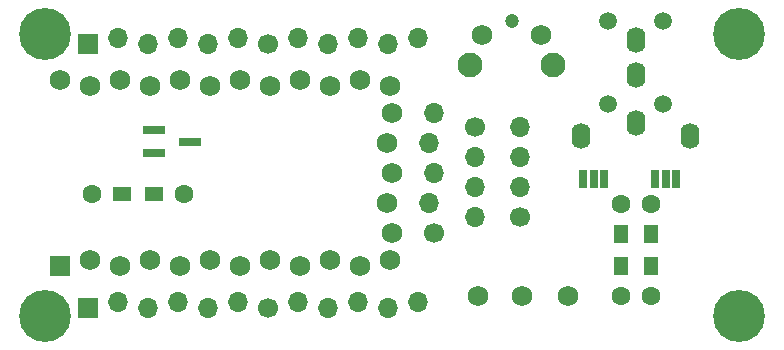
<source format=gbs>
G04 #@! TF.GenerationSoftware,KiCad,Pcbnew,(5.1.9)-1*
G04 #@! TF.CreationDate,2021-05-27T01:04:45-06:00*
G04 #@! TF.ProjectId,cga_proto_boards,6367615f-7072-46f7-946f-5f626f617264,rev?*
G04 #@! TF.SameCoordinates,Original*
G04 #@! TF.FileFunction,Soldermask,Bot*
G04 #@! TF.FilePolarity,Negative*
%FSLAX46Y46*%
G04 Gerber Fmt 4.6, Leading zero omitted, Abs format (unit mm)*
G04 Created by KiCad (PCBNEW (5.1.9)-1) date 2021-05-27 01:04:45*
%MOMM*%
%LPD*%
G01*
G04 APERTURE LIST*
%ADD10O,1.600000X2.200000*%
%ADD11C,1.500000*%
%ADD12C,1.600000*%
%ADD13R,1.200000X1.500000*%
%ADD14R,1.500000X1.200000*%
%ADD15C,1.200000*%
%ADD16C,2.100000*%
%ADD17C,1.750000*%
%ADD18C,0.402000*%
%ADD19C,1.752600*%
%ADD20C,0.700000*%
%ADD21C,4.400000*%
%ADD22R,1.900000X0.800000*%
%ADD23R,1.752600X1.752600*%
%ADD24O,1.700000X1.700000*%
%ADD25C,1.700000*%
%ADD26R,1.700000X1.700000*%
G04 APERTURE END LIST*
D10*
G04 #@! TO.C,T1*
X78994000Y-23726000D03*
D11*
X76694000Y-19126000D03*
X76694000Y-26126000D03*
D10*
X78994000Y-20726000D03*
X78994000Y-27726000D03*
X74394000Y-28826000D03*
X83594000Y-28826000D03*
D11*
X81294000Y-19126000D03*
X81294000Y-26126000D03*
G04 #@! TD*
D12*
G04 #@! TO.C,RT2*
X77724000Y-42381000D03*
X77724000Y-34581000D03*
D13*
X77724000Y-39831000D03*
X77724000Y-37131000D03*
G04 #@! TD*
D12*
G04 #@! TO.C,RT1*
X80264000Y-42381000D03*
X80264000Y-34581000D03*
D13*
X80264000Y-39831000D03*
X80264000Y-37131000D03*
G04 #@! TD*
D12*
G04 #@! TO.C,RQ1*
X40730000Y-33782000D03*
X32930000Y-33782000D03*
D14*
X38180000Y-33782000D03*
X35480000Y-33782000D03*
G04 #@! TD*
D15*
G04 #@! TO.C,Reset*
X68493000Y-19110000D03*
D16*
X71993000Y-22810000D03*
D17*
X70993000Y-20320000D03*
X65993000Y-20320000D03*
D16*
X64983000Y-22810000D03*
G04 #@! TD*
G04 #@! TO.C,J2*
G36*
G01*
X82083000Y-33262000D02*
X82083000Y-31762000D01*
G75*
G02*
X82084000Y-31761000I1000J0D01*
G01*
X82784000Y-31761000D01*
G75*
G02*
X82785000Y-31762000I0J-1000D01*
G01*
X82785000Y-33262000D01*
G75*
G02*
X82784000Y-33263000I-1000J0D01*
G01*
X82084000Y-33263000D01*
G75*
G02*
X82083000Y-33262000I0J1000D01*
G01*
G37*
G36*
G01*
X81183000Y-33262000D02*
X81183000Y-31762000D01*
G75*
G02*
X81184000Y-31761000I1000J0D01*
G01*
X81884000Y-31761000D01*
G75*
G02*
X81885000Y-31762000I0J-1000D01*
G01*
X81885000Y-33262000D01*
G75*
G02*
X81884000Y-33263000I-1000J0D01*
G01*
X81184000Y-33263000D01*
G75*
G02*
X81183000Y-33262000I0J1000D01*
G01*
G37*
G36*
G01*
X80283000Y-33262000D02*
X80283000Y-31762000D01*
G75*
G02*
X80284000Y-31761000I1000J0D01*
G01*
X80984000Y-31761000D01*
G75*
G02*
X80985000Y-31762000I0J-1000D01*
G01*
X80985000Y-33262000D01*
G75*
G02*
X80984000Y-33263000I-1000J0D01*
G01*
X80284000Y-33263000D01*
G75*
G02*
X80283000Y-33262000I0J1000D01*
G01*
G37*
D18*
X82434000Y-32512000D03*
X81534000Y-32512000D03*
X80634000Y-32512000D03*
G04 #@! TD*
G04 #@! TO.C,J1*
G36*
G01*
X75987000Y-33262000D02*
X75987000Y-31762000D01*
G75*
G02*
X75988000Y-31761000I1000J0D01*
G01*
X76688000Y-31761000D01*
G75*
G02*
X76689000Y-31762000I0J-1000D01*
G01*
X76689000Y-33262000D01*
G75*
G02*
X76688000Y-33263000I-1000J0D01*
G01*
X75988000Y-33263000D01*
G75*
G02*
X75987000Y-33262000I0J1000D01*
G01*
G37*
G36*
G01*
X75087000Y-33262000D02*
X75087000Y-31762000D01*
G75*
G02*
X75088000Y-31761000I1000J0D01*
G01*
X75788000Y-31761000D01*
G75*
G02*
X75789000Y-31762000I0J-1000D01*
G01*
X75789000Y-33262000D01*
G75*
G02*
X75788000Y-33263000I-1000J0D01*
G01*
X75088000Y-33263000D01*
G75*
G02*
X75087000Y-33262000I0J1000D01*
G01*
G37*
G36*
G01*
X74187000Y-33262000D02*
X74187000Y-31762000D01*
G75*
G02*
X74188000Y-31761000I1000J0D01*
G01*
X74888000Y-31761000D01*
G75*
G02*
X74889000Y-31762000I0J-1000D01*
G01*
X74889000Y-33262000D01*
G75*
G02*
X74888000Y-33263000I-1000J0D01*
G01*
X74188000Y-33263000D01*
G75*
G02*
X74187000Y-33262000I0J1000D01*
G01*
G37*
X76338000Y-32512000D03*
X75438000Y-32512000D03*
X74538000Y-32512000D03*
G04 #@! TD*
D19*
G04 #@! TO.C,H3*
X73279000Y-42418000D03*
G04 #@! TD*
G04 #@! TO.C,H2*
X69342000Y-42418000D03*
G04 #@! TD*
G04 #@! TO.C,H1*
X65659000Y-42418000D03*
G04 #@! TD*
D20*
G04 #@! TO.C,Screw4*
X30122726Y-42902274D03*
X28956000Y-42419000D03*
X27789274Y-42902274D03*
X27306000Y-44069000D03*
X27789274Y-45235726D03*
X28956000Y-45719000D03*
X30122726Y-45235726D03*
X30606000Y-44069000D03*
D21*
X28956000Y-44069000D03*
G04 #@! TD*
G04 #@! TO.C,Screw1*
X28956000Y-20193000D03*
D20*
X30606000Y-20193000D03*
X30122726Y-21359726D03*
X28956000Y-21843000D03*
X27789274Y-21359726D03*
X27306000Y-20193000D03*
X27789274Y-19026274D03*
X28956000Y-18543000D03*
X30122726Y-19026274D03*
G04 #@! TD*
G04 #@! TO.C,Screw2*
X88923726Y-19026274D03*
X87757000Y-18543000D03*
X86590274Y-19026274D03*
X86107000Y-20193000D03*
X86590274Y-21359726D03*
X87757000Y-21843000D03*
X88923726Y-21359726D03*
X89407000Y-20193000D03*
D21*
X87757000Y-20193000D03*
G04 #@! TD*
G04 #@! TO.C,Screw3*
X87757000Y-44069000D03*
D20*
X89407000Y-44069000D03*
X88923726Y-45235726D03*
X87757000Y-45719000D03*
X86590274Y-45235726D03*
X86107000Y-44069000D03*
X86590274Y-42902274D03*
X87757000Y-42419000D03*
X88923726Y-42902274D03*
G04 #@! TD*
D22*
G04 #@! TO.C,Q1*
X41251000Y-29337000D03*
X38251000Y-28387000D03*
X38251000Y-30287000D03*
G04 #@! TD*
D23*
G04 #@! TO.C,U1*
X30226000Y-39852600D03*
D19*
X32766000Y-39395400D03*
X35306000Y-39852600D03*
X37846000Y-39395400D03*
X40386000Y-39852600D03*
X42926000Y-39395400D03*
X45466000Y-39852600D03*
X48006000Y-39395400D03*
X50546000Y-39852600D03*
X53086000Y-39395400D03*
X55626000Y-39852600D03*
X58166000Y-24612600D03*
X55626000Y-24155400D03*
X53086000Y-24612600D03*
X50546000Y-24155400D03*
X48006000Y-24612600D03*
X45466000Y-24155400D03*
X42926000Y-24612600D03*
X40386000Y-24155400D03*
X37846000Y-24612600D03*
X35306000Y-24155400D03*
X32766000Y-24612600D03*
X58166000Y-39395400D03*
X30226000Y-24155400D03*
X58394600Y-26924000D03*
X57937400Y-29464000D03*
X58394600Y-32004000D03*
X57937400Y-34544000D03*
X58394600Y-37084000D03*
G04 #@! TD*
D24*
G04 #@! TO.C,O2*
X69215000Y-28067000D03*
X69215000Y-30607000D03*
X69215000Y-33147000D03*
D25*
X69215000Y-35687000D03*
G04 #@! TD*
D24*
G04 #@! TO.C,O1*
X65405000Y-35687000D03*
X65405000Y-33147000D03*
X65405000Y-30607000D03*
D25*
X65405000Y-28067000D03*
G04 #@! TD*
D24*
G04 #@! TO.C,Cs2*
X52909000Y-21056600D03*
X60529000Y-20599400D03*
D25*
X47829000Y-21056600D03*
D24*
X57989000Y-21056600D03*
X50369000Y-20599400D03*
X55449000Y-20599400D03*
X45339000Y-20599400D03*
X42799000Y-21056600D03*
X40259000Y-20599400D03*
X37719000Y-21056600D03*
X35179000Y-20599400D03*
D26*
X32639000Y-21056600D03*
G04 #@! TD*
D24*
G04 #@! TO.C,Cs1*
X52909000Y-43408600D03*
X60529000Y-42951400D03*
D25*
X47829000Y-43408600D03*
D24*
X57989000Y-43408600D03*
X50369000Y-42951400D03*
X55449000Y-42951400D03*
X45339000Y-42951400D03*
X42799000Y-43408600D03*
X40259000Y-42951400D03*
X37719000Y-43408600D03*
X35179000Y-42951400D03*
D26*
X32639000Y-43408600D03*
G04 #@! TD*
D24*
G04 #@! TO.C,Cb1*
X61950600Y-26924000D03*
X61493400Y-29464000D03*
X61950600Y-32004000D03*
X61493400Y-34544000D03*
D25*
X61950600Y-37084000D03*
G04 #@! TD*
M02*

</source>
